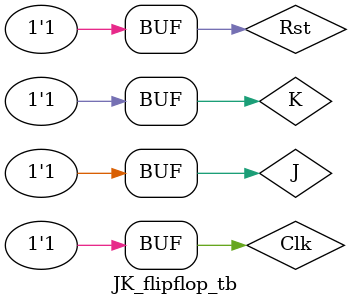
<source format=v>
module JK_flipflop(Q, J, K, Clk, Rst);
    output Q;
    input J, K, Clk, Rst;

    wire JK, k_not;

    not (k_not, K);
    mux_2x1 m1(JK, Q, {k_not, J} );
    D_flipflop m2(Q, JK, Clk, Rst);

endmodule

//D Flipflop with negetive reset
module D_flipflop(Q, D, Clk, Rst);
    output Q;
    input D, Clk, Rst;
    reg Q;

    always @(posedge Clk, negedge Rst)
        if (!Rst) Q <= 1'b0;
        else Q <= D;
endmodule

module mux_2x1 (y, s, d);
    output y;
    input s;
    input [1:0] d;

    wire not_s, d0_out, d1_out;
    not (not_s, s);
    nand (d0_out, not_s, d[0]);
    nand (d1_out, s, d[1]);
    nand (y, d0_out, d1_out);

endmodule

module JK_flipflop_tb;
    reg J, K, Clk, Rst;
    wire Q;

    JK_flipflop UUT(Q, J, K, Clk, Rst);
    
    initial begin 
        Clk = 1'b0;
        Rst = 1;
        J <= 0;
        K <= 0;
        #10;
        Rst = 0;
        J <= 0;
        K <= 0;
        Clk = ~Clk;
        #10;
        Rst = 1;
        J <= 0;
        K <= 0;
        Clk = ~Clk;
        #10 Clk = ~Clk;
        #10;
        Rst = 1;
        J <= 0;
        K <= 1;
        Clk = ~Clk;
        #10 Clk = ~Clk;
        #10;
        Rst = 1;
        J <= 1;
        K <= 0;
        Clk = ~Clk;
        #10 Clk = ~Clk;
        #10;
        Rst = 1;
        J <= 1;
        K <= 1;
        Clk = ~Clk;
        #10 Clk = ~Clk;
    end 
    initial $monitor("J = %b, K = %b, Clk = %b, Rst = %b, Q = %b", J, K, Clk, Rst, Q); 

endmodule
</source>
